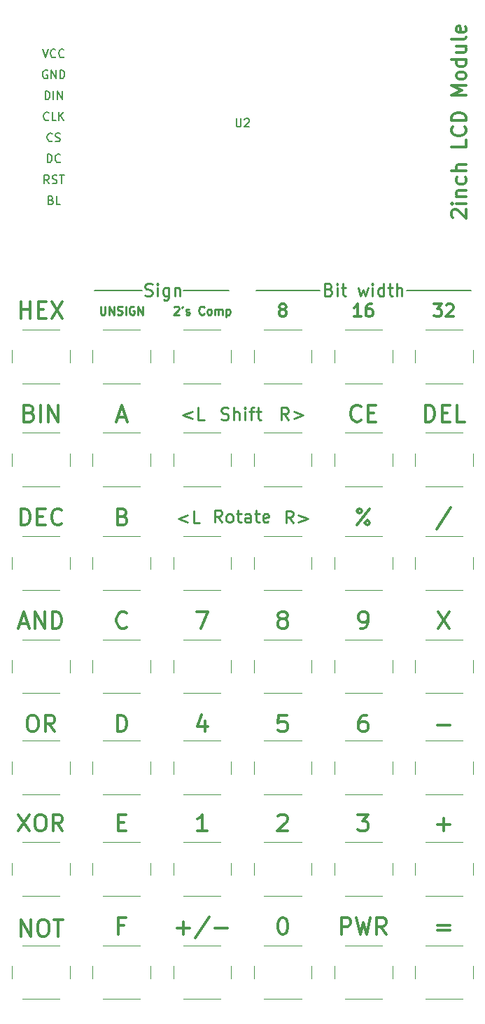
<source format=gbr>
G04 #@! TF.GenerationSoftware,KiCad,Pcbnew,6.0.0*
G04 #@! TF.CreationDate,2022-03-22T20:09:41+01:00*
G04 #@! TF.ProjectId,calculator,63616c63-756c-4617-946f-722e6b696361,rev?*
G04 #@! TF.SameCoordinates,Original*
G04 #@! TF.FileFunction,Legend,Top*
G04 #@! TF.FilePolarity,Positive*
%FSLAX46Y46*%
G04 Gerber Fmt 4.6, Leading zero omitted, Abs format (unit mm)*
G04 Created by KiCad (PCBNEW 6.0.0) date 2022-03-22 20:09:41*
%MOMM*%
%LPD*%
G01*
G04 APERTURE LIST*
%ADD10C,0.250000*%
%ADD11C,0.150000*%
%ADD12C,0.300000*%
%ADD13C,0.120000*%
%ADD14C,2.000000*%
%ADD15C,3.000000*%
%ADD16O,2.500000X1.500000*%
%ADD17O,1.200000X2.400000*%
%ADD18R,1.700000X1.700000*%
%ADD19O,1.700000X1.700000*%
G04 APERTURE END LIST*
D10*
X132107142Y-107078571D02*
X131607142Y-106364285D01*
X131250000Y-107078571D02*
X131250000Y-105578571D01*
X131821428Y-105578571D01*
X131964285Y-105650000D01*
X132035714Y-105721428D01*
X132107142Y-105864285D01*
X132107142Y-106078571D01*
X132035714Y-106221428D01*
X131964285Y-106292857D01*
X131821428Y-106364285D01*
X131250000Y-106364285D01*
X132964285Y-107078571D02*
X132821428Y-107007142D01*
X132750000Y-106935714D01*
X132678571Y-106792857D01*
X132678571Y-106364285D01*
X132750000Y-106221428D01*
X132821428Y-106150000D01*
X132964285Y-106078571D01*
X133178571Y-106078571D01*
X133321428Y-106150000D01*
X133392857Y-106221428D01*
X133464285Y-106364285D01*
X133464285Y-106792857D01*
X133392857Y-106935714D01*
X133321428Y-107007142D01*
X133178571Y-107078571D01*
X132964285Y-107078571D01*
X133892857Y-106078571D02*
X134464285Y-106078571D01*
X134107142Y-105578571D02*
X134107142Y-106864285D01*
X134178571Y-107007142D01*
X134321428Y-107078571D01*
X134464285Y-107078571D01*
X135607142Y-107078571D02*
X135607142Y-106292857D01*
X135535714Y-106150000D01*
X135392857Y-106078571D01*
X135107142Y-106078571D01*
X134964285Y-106150000D01*
X135607142Y-107007142D02*
X135464285Y-107078571D01*
X135107142Y-107078571D01*
X134964285Y-107007142D01*
X134892857Y-106864285D01*
X134892857Y-106721428D01*
X134964285Y-106578571D01*
X135107142Y-106507142D01*
X135464285Y-106507142D01*
X135607142Y-106435714D01*
X136107142Y-106078571D02*
X136678571Y-106078571D01*
X136321428Y-105578571D02*
X136321428Y-106864285D01*
X136392857Y-107007142D01*
X136535714Y-107078571D01*
X136678571Y-107078571D01*
X137750000Y-107007142D02*
X137607142Y-107078571D01*
X137321428Y-107078571D01*
X137178571Y-107007142D01*
X137107142Y-106864285D01*
X137107142Y-106292857D01*
X137178571Y-106150000D01*
X137321428Y-106078571D01*
X137607142Y-106078571D01*
X137750000Y-106150000D01*
X137821428Y-106292857D01*
X137821428Y-106435714D01*
X137107142Y-106578571D01*
X132078571Y-94607142D02*
X132292857Y-94678571D01*
X132650000Y-94678571D01*
X132792857Y-94607142D01*
X132864285Y-94535714D01*
X132935714Y-94392857D01*
X132935714Y-94250000D01*
X132864285Y-94107142D01*
X132792857Y-94035714D01*
X132650000Y-93964285D01*
X132364285Y-93892857D01*
X132221428Y-93821428D01*
X132150000Y-93750000D01*
X132078571Y-93607142D01*
X132078571Y-93464285D01*
X132150000Y-93321428D01*
X132221428Y-93250000D01*
X132364285Y-93178571D01*
X132721428Y-93178571D01*
X132935714Y-93250000D01*
X133578571Y-94678571D02*
X133578571Y-93178571D01*
X134221428Y-94678571D02*
X134221428Y-93892857D01*
X134150000Y-93750000D01*
X134007142Y-93678571D01*
X133792857Y-93678571D01*
X133650000Y-93750000D01*
X133578571Y-93821428D01*
X134935714Y-94678571D02*
X134935714Y-93678571D01*
X134935714Y-93178571D02*
X134864285Y-93250000D01*
X134935714Y-93321428D01*
X135007142Y-93250000D01*
X134935714Y-93178571D01*
X134935714Y-93321428D01*
X135435714Y-93678571D02*
X136007142Y-93678571D01*
X135650000Y-94678571D02*
X135650000Y-93392857D01*
X135721428Y-93250000D01*
X135864285Y-93178571D01*
X136007142Y-93178571D01*
X136292857Y-93678571D02*
X136864285Y-93678571D01*
X136507142Y-93178571D02*
X136507142Y-94464285D01*
X136578571Y-94607142D01*
X136721428Y-94678571D01*
X136864285Y-94678571D01*
D11*
X122500000Y-79000000D02*
X116750000Y-79000000D01*
X133000000Y-79000000D02*
X127500000Y-79000000D01*
D10*
X122857142Y-79607142D02*
X123071428Y-79678571D01*
X123428571Y-79678571D01*
X123571428Y-79607142D01*
X123642857Y-79535714D01*
X123714285Y-79392857D01*
X123714285Y-79250000D01*
X123642857Y-79107142D01*
X123571428Y-79035714D01*
X123428571Y-78964285D01*
X123142857Y-78892857D01*
X123000000Y-78821428D01*
X122928571Y-78750000D01*
X122857142Y-78607142D01*
X122857142Y-78464285D01*
X122928571Y-78321428D01*
X123000000Y-78250000D01*
X123142857Y-78178571D01*
X123500000Y-78178571D01*
X123714285Y-78250000D01*
X124357142Y-79678571D02*
X124357142Y-78678571D01*
X124357142Y-78178571D02*
X124285714Y-78250000D01*
X124357142Y-78321428D01*
X124428571Y-78250000D01*
X124357142Y-78178571D01*
X124357142Y-78321428D01*
X125714285Y-78678571D02*
X125714285Y-79892857D01*
X125642857Y-80035714D01*
X125571428Y-80107142D01*
X125428571Y-80178571D01*
X125214285Y-80178571D01*
X125071428Y-80107142D01*
X125714285Y-79607142D02*
X125571428Y-79678571D01*
X125285714Y-79678571D01*
X125142857Y-79607142D01*
X125071428Y-79535714D01*
X125000000Y-79392857D01*
X125000000Y-78964285D01*
X125071428Y-78821428D01*
X125142857Y-78750000D01*
X125285714Y-78678571D01*
X125571428Y-78678571D01*
X125714285Y-78750000D01*
X126428571Y-78678571D02*
X126428571Y-79678571D01*
X126428571Y-78821428D02*
X126500000Y-78750000D01*
X126642857Y-78678571D01*
X126857142Y-78678571D01*
X127000000Y-78750000D01*
X127071428Y-78892857D01*
X127071428Y-79678571D01*
D11*
X154500000Y-79000000D02*
X162250000Y-79000000D01*
X144000000Y-79000000D02*
X136250000Y-79000000D01*
D10*
X145071428Y-78892857D02*
X145285714Y-78964285D01*
X145357142Y-79035714D01*
X145428571Y-79178571D01*
X145428571Y-79392857D01*
X145357142Y-79535714D01*
X145285714Y-79607142D01*
X145142857Y-79678571D01*
X144571428Y-79678571D01*
X144571428Y-78178571D01*
X145071428Y-78178571D01*
X145214285Y-78250000D01*
X145285714Y-78321428D01*
X145357142Y-78464285D01*
X145357142Y-78607142D01*
X145285714Y-78750000D01*
X145214285Y-78821428D01*
X145071428Y-78892857D01*
X144571428Y-78892857D01*
X146071428Y-79678571D02*
X146071428Y-78678571D01*
X146071428Y-78178571D02*
X146000000Y-78250000D01*
X146071428Y-78321428D01*
X146142857Y-78250000D01*
X146071428Y-78178571D01*
X146071428Y-78321428D01*
X146571428Y-78678571D02*
X147142857Y-78678571D01*
X146785714Y-78178571D02*
X146785714Y-79464285D01*
X146857142Y-79607142D01*
X147000000Y-79678571D01*
X147142857Y-79678571D01*
X148642857Y-78678571D02*
X148928571Y-79678571D01*
X149214285Y-78964285D01*
X149500000Y-79678571D01*
X149785714Y-78678571D01*
X150357142Y-79678571D02*
X150357142Y-78678571D01*
X150357142Y-78178571D02*
X150285714Y-78250000D01*
X150357142Y-78321428D01*
X150428571Y-78250000D01*
X150357142Y-78178571D01*
X150357142Y-78321428D01*
X151714285Y-79678571D02*
X151714285Y-78178571D01*
X151714285Y-79607142D02*
X151571428Y-79678571D01*
X151285714Y-79678571D01*
X151142857Y-79607142D01*
X151071428Y-79535714D01*
X151000000Y-79392857D01*
X151000000Y-78964285D01*
X151071428Y-78821428D01*
X151142857Y-78750000D01*
X151285714Y-78678571D01*
X151571428Y-78678571D01*
X151714285Y-78750000D01*
X152214285Y-78678571D02*
X152785714Y-78678571D01*
X152428571Y-78178571D02*
X152428571Y-79464285D01*
X152500000Y-79607142D01*
X152642857Y-79678571D01*
X152785714Y-79678571D01*
X153285714Y-79678571D02*
X153285714Y-78178571D01*
X153928571Y-79678571D02*
X153928571Y-78892857D01*
X153857142Y-78750000D01*
X153714285Y-78678571D01*
X153500000Y-78678571D01*
X153357142Y-78750000D01*
X153285714Y-78821428D01*
X140750000Y-107178571D02*
X140250000Y-106464285D01*
X139892857Y-107178571D02*
X139892857Y-105678571D01*
X140464285Y-105678571D01*
X140607142Y-105750000D01*
X140678571Y-105821428D01*
X140750000Y-105964285D01*
X140750000Y-106178571D01*
X140678571Y-106321428D01*
X140607142Y-106392857D01*
X140464285Y-106464285D01*
X139892857Y-106464285D01*
X141392857Y-106178571D02*
X142535714Y-106607142D01*
X141392857Y-107035714D01*
D12*
X130130952Y-131071428D02*
X130130952Y-132404761D01*
X129654761Y-130309523D02*
X129178571Y-131738095D01*
X130416666Y-131738095D01*
X119523809Y-94333333D02*
X120476190Y-94333333D01*
X119333333Y-94904761D02*
X120000000Y-92904761D01*
X120666666Y-94904761D01*
X159857142Y-105309523D02*
X158142857Y-107880952D01*
X129083333Y-117904761D02*
X130416666Y-117904761D01*
X129559523Y-119904761D01*
X108869047Y-93857142D02*
X109154761Y-93952380D01*
X109250000Y-94047619D01*
X109345238Y-94238095D01*
X109345238Y-94523809D01*
X109250000Y-94714285D01*
X109154761Y-94809523D01*
X108964285Y-94904761D01*
X108202380Y-94904761D01*
X108202380Y-92904761D01*
X108869047Y-92904761D01*
X109059523Y-93000000D01*
X109154761Y-93095238D01*
X109250000Y-93285714D01*
X109250000Y-93476190D01*
X109154761Y-93666666D01*
X109059523Y-93761904D01*
X108869047Y-93857142D01*
X108202380Y-93857142D01*
X110202380Y-94904761D02*
X110202380Y-92904761D01*
X111154761Y-94904761D02*
X111154761Y-92904761D01*
X112297619Y-94904761D01*
X112297619Y-92904761D01*
D10*
X128571428Y-93678571D02*
X127428571Y-94107142D01*
X128571428Y-94535714D01*
X130000000Y-94678571D02*
X129285714Y-94678571D01*
X129285714Y-93178571D01*
X117452380Y-80952380D02*
X117452380Y-81761904D01*
X117500000Y-81857142D01*
X117547619Y-81904761D01*
X117642857Y-81952380D01*
X117833333Y-81952380D01*
X117928571Y-81904761D01*
X117976190Y-81857142D01*
X118023809Y-81761904D01*
X118023809Y-80952380D01*
X118500000Y-81952380D02*
X118500000Y-80952380D01*
X119071428Y-81952380D01*
X119071428Y-80952380D01*
X119500000Y-81904761D02*
X119642857Y-81952380D01*
X119880952Y-81952380D01*
X119976190Y-81904761D01*
X120023809Y-81857142D01*
X120071428Y-81761904D01*
X120071428Y-81666666D01*
X120023809Y-81571428D01*
X119976190Y-81523809D01*
X119880952Y-81476190D01*
X119690476Y-81428571D01*
X119595238Y-81380952D01*
X119547619Y-81333333D01*
X119500000Y-81238095D01*
X119500000Y-81142857D01*
X119547619Y-81047619D01*
X119595238Y-81000000D01*
X119690476Y-80952380D01*
X119928571Y-80952380D01*
X120071428Y-81000000D01*
X120500000Y-81952380D02*
X120500000Y-80952380D01*
X121500000Y-81000000D02*
X121404761Y-80952380D01*
X121261904Y-80952380D01*
X121119047Y-81000000D01*
X121023809Y-81095238D01*
X120976190Y-81190476D01*
X120928571Y-81380952D01*
X120928571Y-81523809D01*
X120976190Y-81714285D01*
X121023809Y-81809523D01*
X121119047Y-81904761D01*
X121261904Y-81952380D01*
X121357142Y-81952380D01*
X121500000Y-81904761D01*
X121547619Y-81857142D01*
X121547619Y-81523809D01*
X121357142Y-81523809D01*
X121976190Y-81952380D02*
X121976190Y-80952380D01*
X122547619Y-81952380D01*
X122547619Y-80952380D01*
D12*
X138928571Y-142595238D02*
X139023809Y-142500000D01*
X139214285Y-142404761D01*
X139690476Y-142404761D01*
X139880952Y-142500000D01*
X139976190Y-142595238D01*
X140071428Y-142785714D01*
X140071428Y-142976190D01*
X139976190Y-143261904D01*
X138833333Y-144404761D01*
X140071428Y-144404761D01*
X158238095Y-131642857D02*
X159761904Y-131642857D01*
X107869047Y-157154761D02*
X107869047Y-155154761D01*
X109011904Y-157154761D01*
X109011904Y-155154761D01*
X110345238Y-155154761D02*
X110726190Y-155154761D01*
X110916666Y-155250000D01*
X111107142Y-155440476D01*
X111202380Y-155821428D01*
X111202380Y-156488095D01*
X111107142Y-156869047D01*
X110916666Y-157059523D01*
X110726190Y-157154761D01*
X110345238Y-157154761D01*
X110154761Y-157059523D01*
X109964285Y-156869047D01*
X109869047Y-156488095D01*
X109869047Y-155821428D01*
X109964285Y-155440476D01*
X110154761Y-155250000D01*
X110345238Y-155154761D01*
X111773809Y-155154761D02*
X112916666Y-155154761D01*
X112345238Y-157154761D02*
X112345238Y-155154761D01*
X119476190Y-132404761D02*
X119476190Y-130404761D01*
X119952380Y-130404761D01*
X120238095Y-130500000D01*
X120428571Y-130690476D01*
X120523809Y-130880952D01*
X120619047Y-131261904D01*
X120619047Y-131547619D01*
X120523809Y-131928571D01*
X120428571Y-132119047D01*
X120238095Y-132309523D01*
X119952380Y-132404761D01*
X119476190Y-132404761D01*
X148488095Y-107404761D02*
X150011904Y-105404761D01*
X148773809Y-105404761D02*
X148964285Y-105500000D01*
X149059523Y-105690476D01*
X148964285Y-105880952D01*
X148773809Y-105976190D01*
X148583333Y-105880952D01*
X148488095Y-105690476D01*
X148583333Y-105500000D01*
X148773809Y-105404761D01*
X149916666Y-107309523D02*
X150011904Y-107119047D01*
X149916666Y-106928571D01*
X149726190Y-106833333D01*
X149535714Y-106928571D01*
X149440476Y-107119047D01*
X149535714Y-107309523D01*
X149726190Y-107404761D01*
X149916666Y-107309523D01*
X107726190Y-119333333D02*
X108678571Y-119333333D01*
X107535714Y-119904761D02*
X108202380Y-117904761D01*
X108869047Y-119904761D01*
X109535714Y-119904761D02*
X109535714Y-117904761D01*
X110678571Y-119904761D01*
X110678571Y-117904761D01*
X111630952Y-119904761D02*
X111630952Y-117904761D01*
X112107142Y-117904761D01*
X112392857Y-118000000D01*
X112583333Y-118190476D01*
X112678571Y-118380952D01*
X112773809Y-118761904D01*
X112773809Y-119047619D01*
X112678571Y-119428571D01*
X112583333Y-119619047D01*
X112392857Y-119809523D01*
X112107142Y-119904761D01*
X111630952Y-119904761D01*
X126702380Y-156142857D02*
X128226190Y-156142857D01*
X127464285Y-156904761D02*
X127464285Y-155380952D01*
X130607142Y-154809523D02*
X128892857Y-157380952D01*
X131273809Y-156142857D02*
X132797619Y-156142857D01*
X109059523Y-130404761D02*
X109440476Y-130404761D01*
X109630952Y-130500000D01*
X109821428Y-130690476D01*
X109916666Y-131071428D01*
X109916666Y-131738095D01*
X109821428Y-132119047D01*
X109630952Y-132309523D01*
X109440476Y-132404761D01*
X109059523Y-132404761D01*
X108869047Y-132309523D01*
X108678571Y-132119047D01*
X108583333Y-131738095D01*
X108583333Y-131071428D01*
X108678571Y-130690476D01*
X108869047Y-130500000D01*
X109059523Y-130404761D01*
X111916666Y-132404761D02*
X111250000Y-131452380D01*
X110773809Y-132404761D02*
X110773809Y-130404761D01*
X111535714Y-130404761D01*
X111726190Y-130500000D01*
X111821428Y-130595238D01*
X111916666Y-130785714D01*
X111916666Y-131071428D01*
X111821428Y-131261904D01*
X111726190Y-131357142D01*
X111535714Y-131452380D01*
X110773809Y-131452380D01*
X107821428Y-82404761D02*
X107821428Y-80404761D01*
X107821428Y-81357142D02*
X108964285Y-81357142D01*
X108964285Y-82404761D02*
X108964285Y-80404761D01*
X109916666Y-81357142D02*
X110583333Y-81357142D01*
X110869047Y-82404761D02*
X109916666Y-82404761D01*
X109916666Y-80404761D01*
X110869047Y-80404761D01*
X111535714Y-80404761D02*
X112869047Y-82404761D01*
X112869047Y-80404761D02*
X111535714Y-82404761D01*
X158333333Y-117904761D02*
X159666666Y-119904761D01*
X159666666Y-117904761D02*
X158333333Y-119904761D01*
X158238095Y-155857142D02*
X159761904Y-155857142D01*
X159761904Y-156428571D02*
X158238095Y-156428571D01*
X158238095Y-143642857D02*
X159761904Y-143642857D01*
X159000000Y-144404761D02*
X159000000Y-142880952D01*
X156761904Y-94904761D02*
X156761904Y-92904761D01*
X157238095Y-92904761D01*
X157523809Y-93000000D01*
X157714285Y-93190476D01*
X157809523Y-93380952D01*
X157904761Y-93761904D01*
X157904761Y-94047619D01*
X157809523Y-94428571D01*
X157714285Y-94619047D01*
X157523809Y-94809523D01*
X157238095Y-94904761D01*
X156761904Y-94904761D01*
X158761904Y-93857142D02*
X159428571Y-93857142D01*
X159714285Y-94904761D02*
X158761904Y-94904761D01*
X158761904Y-92904761D01*
X159714285Y-92904761D01*
X161523809Y-94904761D02*
X160571428Y-94904761D01*
X160571428Y-92904761D01*
X148964285Y-82178571D02*
X148107142Y-82178571D01*
X148535714Y-82178571D02*
X148535714Y-80678571D01*
X148392857Y-80892857D01*
X148250000Y-81035714D01*
X148107142Y-81107142D01*
X150250000Y-80678571D02*
X149964285Y-80678571D01*
X149821428Y-80750000D01*
X149750000Y-80821428D01*
X149607142Y-81035714D01*
X149535714Y-81321428D01*
X149535714Y-81892857D01*
X149607142Y-82035714D01*
X149678571Y-82107142D01*
X149821428Y-82178571D01*
X150107142Y-82178571D01*
X150250000Y-82107142D01*
X150321428Y-82035714D01*
X150392857Y-81892857D01*
X150392857Y-81535714D01*
X150321428Y-81392857D01*
X150250000Y-81321428D01*
X150107142Y-81250000D01*
X149821428Y-81250000D01*
X149678571Y-81321428D01*
X149607142Y-81392857D01*
X149535714Y-81535714D01*
X148869047Y-119904761D02*
X149250000Y-119904761D01*
X149440476Y-119809523D01*
X149535714Y-119714285D01*
X149726190Y-119428571D01*
X149821428Y-119047619D01*
X149821428Y-118285714D01*
X149726190Y-118095238D01*
X149630952Y-118000000D01*
X149440476Y-117904761D01*
X149059523Y-117904761D01*
X148869047Y-118000000D01*
X148773809Y-118095238D01*
X148678571Y-118285714D01*
X148678571Y-118761904D01*
X148773809Y-118952380D01*
X148869047Y-119047619D01*
X149059523Y-119142857D01*
X149440476Y-119142857D01*
X149630952Y-119047619D01*
X149726190Y-118952380D01*
X149821428Y-118761904D01*
X107821428Y-107404761D02*
X107821428Y-105404761D01*
X108297619Y-105404761D01*
X108583333Y-105500000D01*
X108773809Y-105690476D01*
X108869047Y-105880952D01*
X108964285Y-106261904D01*
X108964285Y-106547619D01*
X108869047Y-106928571D01*
X108773809Y-107119047D01*
X108583333Y-107309523D01*
X108297619Y-107404761D01*
X107821428Y-107404761D01*
X109821428Y-106357142D02*
X110488095Y-106357142D01*
X110773809Y-107404761D02*
X109821428Y-107404761D01*
X109821428Y-105404761D01*
X110773809Y-105404761D01*
X112773809Y-107214285D02*
X112678571Y-107309523D01*
X112392857Y-107404761D01*
X112202380Y-107404761D01*
X111916666Y-107309523D01*
X111726190Y-107119047D01*
X111630952Y-106928571D01*
X111535714Y-106547619D01*
X111535714Y-106261904D01*
X111630952Y-105880952D01*
X111726190Y-105690476D01*
X111916666Y-105500000D01*
X112202380Y-105404761D01*
X112392857Y-105404761D01*
X112678571Y-105500000D01*
X112773809Y-105595238D01*
X130321428Y-144404761D02*
X129178571Y-144404761D01*
X129750000Y-144404761D02*
X129750000Y-142404761D01*
X129559523Y-142690476D01*
X129369047Y-142880952D01*
X129178571Y-142976190D01*
X120285714Y-155857142D02*
X119619047Y-155857142D01*
X119619047Y-156904761D02*
X119619047Y-154904761D01*
X120571428Y-154904761D01*
X157785714Y-80678571D02*
X158714285Y-80678571D01*
X158214285Y-81250000D01*
X158428571Y-81250000D01*
X158571428Y-81321428D01*
X158642857Y-81392857D01*
X158714285Y-81535714D01*
X158714285Y-81892857D01*
X158642857Y-82035714D01*
X158571428Y-82107142D01*
X158428571Y-82178571D01*
X158000000Y-82178571D01*
X157857142Y-82107142D01*
X157785714Y-82035714D01*
X159285714Y-80821428D02*
X159357142Y-80750000D01*
X159500000Y-80678571D01*
X159857142Y-80678571D01*
X160000000Y-80750000D01*
X160071428Y-80821428D01*
X160142857Y-80964285D01*
X160142857Y-81107142D01*
X160071428Y-81321428D01*
X159214285Y-82178571D01*
X160142857Y-82178571D01*
X149630952Y-130404761D02*
X149250000Y-130404761D01*
X149059523Y-130500000D01*
X148964285Y-130595238D01*
X148773809Y-130880952D01*
X148678571Y-131261904D01*
X148678571Y-132023809D01*
X148773809Y-132214285D01*
X148869047Y-132309523D01*
X149059523Y-132404761D01*
X149440476Y-132404761D01*
X149630952Y-132309523D01*
X149726190Y-132214285D01*
X149821428Y-132023809D01*
X149821428Y-131547619D01*
X149726190Y-131357142D01*
X149630952Y-131261904D01*
X149440476Y-131166666D01*
X149059523Y-131166666D01*
X148869047Y-131261904D01*
X148773809Y-131357142D01*
X148678571Y-131547619D01*
X139357142Y-81321428D02*
X139214285Y-81250000D01*
X139142857Y-81178571D01*
X139071428Y-81035714D01*
X139071428Y-80964285D01*
X139142857Y-80821428D01*
X139214285Y-80750000D01*
X139357142Y-80678571D01*
X139642857Y-80678571D01*
X139785714Y-80750000D01*
X139857142Y-80821428D01*
X139928571Y-80964285D01*
X139928571Y-81035714D01*
X139857142Y-81178571D01*
X139785714Y-81250000D01*
X139642857Y-81321428D01*
X139357142Y-81321428D01*
X139214285Y-81392857D01*
X139142857Y-81464285D01*
X139071428Y-81607142D01*
X139071428Y-81892857D01*
X139142857Y-82035714D01*
X139214285Y-82107142D01*
X139357142Y-82178571D01*
X139642857Y-82178571D01*
X139785714Y-82107142D01*
X139857142Y-82035714D01*
X139928571Y-81892857D01*
X139928571Y-81607142D01*
X139857142Y-81464285D01*
X139785714Y-81392857D01*
X139642857Y-81321428D01*
X120619047Y-119714285D02*
X120523809Y-119809523D01*
X120238095Y-119904761D01*
X120047619Y-119904761D01*
X119761904Y-119809523D01*
X119571428Y-119619047D01*
X119476190Y-119428571D01*
X119380952Y-119047619D01*
X119380952Y-118761904D01*
X119476190Y-118380952D01*
X119571428Y-118190476D01*
X119761904Y-118000000D01*
X120047619Y-117904761D01*
X120238095Y-117904761D01*
X120523809Y-118000000D01*
X120619047Y-118095238D01*
X139404761Y-154904761D02*
X139595238Y-154904761D01*
X139785714Y-155000000D01*
X139880952Y-155095238D01*
X139976190Y-155285714D01*
X140071428Y-155666666D01*
X140071428Y-156142857D01*
X139976190Y-156523809D01*
X139880952Y-156714285D01*
X139785714Y-156809523D01*
X139595238Y-156904761D01*
X139404761Y-156904761D01*
X139214285Y-156809523D01*
X139119047Y-156714285D01*
X139023809Y-156523809D01*
X138928571Y-156142857D01*
X138928571Y-155666666D01*
X139023809Y-155285714D01*
X139119047Y-155095238D01*
X139214285Y-155000000D01*
X139404761Y-154904761D01*
X148964285Y-94714285D02*
X148869047Y-94809523D01*
X148583333Y-94904761D01*
X148392857Y-94904761D01*
X148107142Y-94809523D01*
X147916666Y-94619047D01*
X147821428Y-94428571D01*
X147726190Y-94047619D01*
X147726190Y-93761904D01*
X147821428Y-93380952D01*
X147916666Y-93190476D01*
X148107142Y-93000000D01*
X148392857Y-92904761D01*
X148583333Y-92904761D01*
X148869047Y-93000000D01*
X148964285Y-93095238D01*
X149821428Y-93857142D02*
X150488095Y-93857142D01*
X150773809Y-94904761D02*
X149821428Y-94904761D01*
X149821428Y-92904761D01*
X150773809Y-92904761D01*
X120142857Y-106357142D02*
X120428571Y-106452380D01*
X120523809Y-106547619D01*
X120619047Y-106738095D01*
X120619047Y-107023809D01*
X120523809Y-107214285D01*
X120428571Y-107309523D01*
X120238095Y-107404761D01*
X119476190Y-107404761D01*
X119476190Y-105404761D01*
X120142857Y-105404761D01*
X120333333Y-105500000D01*
X120428571Y-105595238D01*
X120523809Y-105785714D01*
X120523809Y-105976190D01*
X120428571Y-106166666D01*
X120333333Y-106261904D01*
X120142857Y-106357142D01*
X119476190Y-106357142D01*
D10*
X128000000Y-106178571D02*
X126857142Y-106607142D01*
X128000000Y-107035714D01*
X129428571Y-107178571D02*
X128714285Y-107178571D01*
X128714285Y-105678571D01*
D12*
X146583333Y-156904761D02*
X146583333Y-154904761D01*
X147345238Y-154904761D01*
X147535714Y-155000000D01*
X147630952Y-155095238D01*
X147726190Y-155285714D01*
X147726190Y-155571428D01*
X147630952Y-155761904D01*
X147535714Y-155857142D01*
X147345238Y-155952380D01*
X146583333Y-155952380D01*
X148392857Y-154904761D02*
X148869047Y-156904761D01*
X149250000Y-155476190D01*
X149630952Y-156904761D01*
X150107142Y-154904761D01*
X152011904Y-156904761D02*
X151345238Y-155952380D01*
X150869047Y-156904761D02*
X150869047Y-154904761D01*
X151630952Y-154904761D01*
X151821428Y-155000000D01*
X151916666Y-155095238D01*
X152011904Y-155285714D01*
X152011904Y-155571428D01*
X151916666Y-155761904D01*
X151821428Y-155857142D01*
X151630952Y-155952380D01*
X150869047Y-155952380D01*
D10*
X140178571Y-94678571D02*
X139678571Y-93964285D01*
X139321428Y-94678571D02*
X139321428Y-93178571D01*
X139892857Y-93178571D01*
X140035714Y-93250000D01*
X140107142Y-93321428D01*
X140178571Y-93464285D01*
X140178571Y-93678571D01*
X140107142Y-93821428D01*
X140035714Y-93892857D01*
X139892857Y-93964285D01*
X139321428Y-93964285D01*
X140821428Y-93678571D02*
X141964285Y-94107142D01*
X140821428Y-94535714D01*
X126369047Y-81047619D02*
X126416666Y-81000000D01*
X126511904Y-80952380D01*
X126750000Y-80952380D01*
X126845238Y-81000000D01*
X126892857Y-81047619D01*
X126940476Y-81142857D01*
X126940476Y-81238095D01*
X126892857Y-81380952D01*
X126321428Y-81952380D01*
X126940476Y-81952380D01*
X127416666Y-80952380D02*
X127321428Y-81142857D01*
X127797619Y-81904761D02*
X127892857Y-81952380D01*
X128083333Y-81952380D01*
X128178571Y-81904761D01*
X128226190Y-81809523D01*
X128226190Y-81761904D01*
X128178571Y-81666666D01*
X128083333Y-81619047D01*
X127940476Y-81619047D01*
X127845238Y-81571428D01*
X127797619Y-81476190D01*
X127797619Y-81428571D01*
X127845238Y-81333333D01*
X127940476Y-81285714D01*
X128083333Y-81285714D01*
X128178571Y-81333333D01*
X129988095Y-81857142D02*
X129940476Y-81904761D01*
X129797619Y-81952380D01*
X129702380Y-81952380D01*
X129559523Y-81904761D01*
X129464285Y-81809523D01*
X129416666Y-81714285D01*
X129369047Y-81523809D01*
X129369047Y-81380952D01*
X129416666Y-81190476D01*
X129464285Y-81095238D01*
X129559523Y-81000000D01*
X129702380Y-80952380D01*
X129797619Y-80952380D01*
X129940476Y-81000000D01*
X129988095Y-81047619D01*
X130559523Y-81952380D02*
X130464285Y-81904761D01*
X130416666Y-81857142D01*
X130369047Y-81761904D01*
X130369047Y-81476190D01*
X130416666Y-81380952D01*
X130464285Y-81333333D01*
X130559523Y-81285714D01*
X130702380Y-81285714D01*
X130797619Y-81333333D01*
X130845238Y-81380952D01*
X130892857Y-81476190D01*
X130892857Y-81761904D01*
X130845238Y-81857142D01*
X130797619Y-81904761D01*
X130702380Y-81952380D01*
X130559523Y-81952380D01*
X131321428Y-81952380D02*
X131321428Y-81285714D01*
X131321428Y-81380952D02*
X131369047Y-81333333D01*
X131464285Y-81285714D01*
X131607142Y-81285714D01*
X131702380Y-81333333D01*
X131750000Y-81428571D01*
X131750000Y-81952380D01*
X131750000Y-81428571D02*
X131797619Y-81333333D01*
X131892857Y-81285714D01*
X132035714Y-81285714D01*
X132130952Y-81333333D01*
X132178571Y-81428571D01*
X132178571Y-81952380D01*
X132654761Y-81285714D02*
X132654761Y-82285714D01*
X132654761Y-81333333D02*
X132750000Y-81285714D01*
X132940476Y-81285714D01*
X133035714Y-81333333D01*
X133083333Y-81380952D01*
X133130952Y-81476190D01*
X133130952Y-81761904D01*
X133083333Y-81857142D01*
X133035714Y-81904761D01*
X132940476Y-81952380D01*
X132750000Y-81952380D01*
X132654761Y-81904761D01*
D12*
X119571428Y-143357142D02*
X120238095Y-143357142D01*
X120523809Y-144404761D02*
X119571428Y-144404761D01*
X119571428Y-142404761D01*
X120523809Y-142404761D01*
X139976190Y-130404761D02*
X139023809Y-130404761D01*
X138928571Y-131357142D01*
X139023809Y-131261904D01*
X139214285Y-131166666D01*
X139690476Y-131166666D01*
X139880952Y-131261904D01*
X139976190Y-131357142D01*
X140071428Y-131547619D01*
X140071428Y-132023809D01*
X139976190Y-132214285D01*
X139880952Y-132309523D01*
X139690476Y-132404761D01*
X139214285Y-132404761D01*
X139023809Y-132309523D01*
X138928571Y-132214285D01*
X139309523Y-118761904D02*
X139119047Y-118666666D01*
X139023809Y-118571428D01*
X138928571Y-118380952D01*
X138928571Y-118285714D01*
X139023809Y-118095238D01*
X139119047Y-118000000D01*
X139309523Y-117904761D01*
X139690476Y-117904761D01*
X139880952Y-118000000D01*
X139976190Y-118095238D01*
X140071428Y-118285714D01*
X140071428Y-118380952D01*
X139976190Y-118571428D01*
X139880952Y-118666666D01*
X139690476Y-118761904D01*
X139309523Y-118761904D01*
X139119047Y-118857142D01*
X139023809Y-118952380D01*
X138928571Y-119142857D01*
X138928571Y-119523809D01*
X139023809Y-119714285D01*
X139119047Y-119809523D01*
X139309523Y-119904761D01*
X139690476Y-119904761D01*
X139880952Y-119809523D01*
X139976190Y-119714285D01*
X140071428Y-119523809D01*
X140071428Y-119142857D01*
X139976190Y-118952380D01*
X139880952Y-118857142D01*
X139690476Y-118761904D01*
X148583333Y-142404761D02*
X149821428Y-142404761D01*
X149154761Y-143166666D01*
X149440476Y-143166666D01*
X149630952Y-143261904D01*
X149726190Y-143357142D01*
X149821428Y-143547619D01*
X149821428Y-144023809D01*
X149726190Y-144214285D01*
X149630952Y-144309523D01*
X149440476Y-144404761D01*
X148869047Y-144404761D01*
X148678571Y-144309523D01*
X148583333Y-144214285D01*
X107535714Y-142404761D02*
X108869047Y-144404761D01*
X108869047Y-142404761D02*
X107535714Y-144404761D01*
X110011904Y-142404761D02*
X110392857Y-142404761D01*
X110583333Y-142500000D01*
X110773809Y-142690476D01*
X110869047Y-143071428D01*
X110869047Y-143738095D01*
X110773809Y-144119047D01*
X110583333Y-144309523D01*
X110392857Y-144404761D01*
X110011904Y-144404761D01*
X109821428Y-144309523D01*
X109630952Y-144119047D01*
X109535714Y-143738095D01*
X109535714Y-143071428D01*
X109630952Y-142690476D01*
X109821428Y-142500000D01*
X110011904Y-142404761D01*
X112869047Y-144404761D02*
X112202380Y-143452380D01*
X111726190Y-144404761D02*
X111726190Y-142404761D01*
X112488095Y-142404761D01*
X112678571Y-142500000D01*
X112773809Y-142595238D01*
X112869047Y-142785714D01*
X112869047Y-143071428D01*
X112773809Y-143261904D01*
X112678571Y-143357142D01*
X112488095Y-143452380D01*
X111726190Y-143452380D01*
D11*
X133883095Y-58237380D02*
X133883095Y-59046904D01*
X133930714Y-59142142D01*
X133978333Y-59189761D01*
X134073571Y-59237380D01*
X134264047Y-59237380D01*
X134359285Y-59189761D01*
X134406904Y-59142142D01*
X134454523Y-59046904D01*
X134454523Y-58237380D01*
X134883095Y-58332619D02*
X134930714Y-58285000D01*
X135025952Y-58237380D01*
X135264047Y-58237380D01*
X135359285Y-58285000D01*
X135406904Y-58332619D01*
X135454523Y-58427857D01*
X135454523Y-58523095D01*
X135406904Y-58665952D01*
X134835476Y-59237380D01*
X135454523Y-59237380D01*
D12*
X160103333Y-70243333D02*
X160020000Y-70160000D01*
X159936666Y-69993333D01*
X159936666Y-69576666D01*
X160020000Y-69410000D01*
X160103333Y-69326666D01*
X160270000Y-69243333D01*
X160436666Y-69243333D01*
X160686666Y-69326666D01*
X161686666Y-70326666D01*
X161686666Y-69243333D01*
X161686666Y-68493333D02*
X160520000Y-68493333D01*
X159936666Y-68493333D02*
X160020000Y-68576666D01*
X160103333Y-68493333D01*
X160020000Y-68410000D01*
X159936666Y-68493333D01*
X160103333Y-68493333D01*
X160520000Y-67660000D02*
X161686666Y-67660000D01*
X160686666Y-67660000D02*
X160603333Y-67576666D01*
X160520000Y-67410000D01*
X160520000Y-67160000D01*
X160603333Y-66993333D01*
X160770000Y-66910000D01*
X161686666Y-66910000D01*
X161603333Y-65326666D02*
X161686666Y-65493333D01*
X161686666Y-65826666D01*
X161603333Y-65993333D01*
X161520000Y-66076666D01*
X161353333Y-66160000D01*
X160853333Y-66160000D01*
X160686666Y-66076666D01*
X160603333Y-65993333D01*
X160520000Y-65826666D01*
X160520000Y-65493333D01*
X160603333Y-65326666D01*
X161686666Y-64576666D02*
X159936666Y-64576666D01*
X161686666Y-63826666D02*
X160770000Y-63826666D01*
X160603333Y-63910000D01*
X160520000Y-64076666D01*
X160520000Y-64326666D01*
X160603333Y-64493333D01*
X160686666Y-64576666D01*
X161686666Y-60826666D02*
X161686666Y-61660000D01*
X159936666Y-61660000D01*
X161520000Y-59243333D02*
X161603333Y-59326666D01*
X161686666Y-59576666D01*
X161686666Y-59743333D01*
X161603333Y-59993333D01*
X161436666Y-60160000D01*
X161270000Y-60243333D01*
X160936666Y-60326666D01*
X160686666Y-60326666D01*
X160353333Y-60243333D01*
X160186666Y-60160000D01*
X160020000Y-59993333D01*
X159936666Y-59743333D01*
X159936666Y-59576666D01*
X160020000Y-59326666D01*
X160103333Y-59243333D01*
X161686666Y-58493333D02*
X159936666Y-58493333D01*
X159936666Y-58076666D01*
X160020000Y-57826666D01*
X160186666Y-57660000D01*
X160353333Y-57576666D01*
X160686666Y-57493333D01*
X160936666Y-57493333D01*
X161270000Y-57576666D01*
X161436666Y-57660000D01*
X161603333Y-57826666D01*
X161686666Y-58076666D01*
X161686666Y-58493333D01*
X161686666Y-55410000D02*
X159936666Y-55410000D01*
X161186666Y-54826666D01*
X159936666Y-54243333D01*
X161686666Y-54243333D01*
X161686666Y-53160000D02*
X161603333Y-53326666D01*
X161520000Y-53410000D01*
X161353333Y-53493333D01*
X160853333Y-53493333D01*
X160686666Y-53410000D01*
X160603333Y-53326666D01*
X160520000Y-53160000D01*
X160520000Y-52910000D01*
X160603333Y-52743333D01*
X160686666Y-52660000D01*
X160853333Y-52576666D01*
X161353333Y-52576666D01*
X161520000Y-52660000D01*
X161603333Y-52743333D01*
X161686666Y-52910000D01*
X161686666Y-53160000D01*
X161686666Y-51076666D02*
X159936666Y-51076666D01*
X161603333Y-51076666D02*
X161686666Y-51243333D01*
X161686666Y-51576666D01*
X161603333Y-51743333D01*
X161520000Y-51826666D01*
X161353333Y-51910000D01*
X160853333Y-51910000D01*
X160686666Y-51826666D01*
X160603333Y-51743333D01*
X160520000Y-51576666D01*
X160520000Y-51243333D01*
X160603333Y-51076666D01*
X160520000Y-49493333D02*
X161686666Y-49493333D01*
X160520000Y-50243333D02*
X161436666Y-50243333D01*
X161603333Y-50160000D01*
X161686666Y-49993333D01*
X161686666Y-49743333D01*
X161603333Y-49576666D01*
X161520000Y-49493333D01*
X161686666Y-48410000D02*
X161603333Y-48576666D01*
X161436666Y-48660000D01*
X159936666Y-48660000D01*
X161603333Y-47076666D02*
X161686666Y-47243333D01*
X161686666Y-47576666D01*
X161603333Y-47743333D01*
X161436666Y-47826666D01*
X160770000Y-47826666D01*
X160603333Y-47743333D01*
X160520000Y-47576666D01*
X160520000Y-47243333D01*
X160603333Y-47076666D01*
X160770000Y-46993333D01*
X160936666Y-46993333D01*
X161103333Y-47826666D01*
D11*
X110451666Y-49847380D02*
X110785000Y-50847380D01*
X111118333Y-49847380D01*
X112023095Y-50752142D02*
X111975476Y-50799761D01*
X111832619Y-50847380D01*
X111737380Y-50847380D01*
X111594523Y-50799761D01*
X111499285Y-50704523D01*
X111451666Y-50609285D01*
X111404047Y-50418809D01*
X111404047Y-50275952D01*
X111451666Y-50085476D01*
X111499285Y-49990238D01*
X111594523Y-49895000D01*
X111737380Y-49847380D01*
X111832619Y-49847380D01*
X111975476Y-49895000D01*
X112023095Y-49942619D01*
X113023095Y-50752142D02*
X112975476Y-50799761D01*
X112832619Y-50847380D01*
X112737380Y-50847380D01*
X112594523Y-50799761D01*
X112499285Y-50704523D01*
X112451666Y-50609285D01*
X112404047Y-50418809D01*
X112404047Y-50275952D01*
X112451666Y-50085476D01*
X112499285Y-49990238D01*
X112594523Y-49895000D01*
X112737380Y-49847380D01*
X112832619Y-49847380D01*
X112975476Y-49895000D01*
X113023095Y-49942619D01*
X111237380Y-66087380D02*
X110904047Y-65611190D01*
X110665952Y-66087380D02*
X110665952Y-65087380D01*
X111046904Y-65087380D01*
X111142142Y-65135000D01*
X111189761Y-65182619D01*
X111237380Y-65277857D01*
X111237380Y-65420714D01*
X111189761Y-65515952D01*
X111142142Y-65563571D01*
X111046904Y-65611190D01*
X110665952Y-65611190D01*
X111618333Y-66039761D02*
X111761190Y-66087380D01*
X111999285Y-66087380D01*
X112094523Y-66039761D01*
X112142142Y-65992142D01*
X112189761Y-65896904D01*
X112189761Y-65801666D01*
X112142142Y-65706428D01*
X112094523Y-65658809D01*
X111999285Y-65611190D01*
X111808809Y-65563571D01*
X111713571Y-65515952D01*
X111665952Y-65468333D01*
X111618333Y-65373095D01*
X111618333Y-65277857D01*
X111665952Y-65182619D01*
X111713571Y-65135000D01*
X111808809Y-65087380D01*
X112046904Y-65087380D01*
X112189761Y-65135000D01*
X112475476Y-65087380D02*
X113046904Y-65087380D01*
X112761190Y-66087380D02*
X112761190Y-65087380D01*
X110761190Y-55927380D02*
X110761190Y-54927380D01*
X110999285Y-54927380D01*
X111142142Y-54975000D01*
X111237380Y-55070238D01*
X111285000Y-55165476D01*
X111332619Y-55355952D01*
X111332619Y-55498809D01*
X111285000Y-55689285D01*
X111237380Y-55784523D01*
X111142142Y-55879761D01*
X110999285Y-55927380D01*
X110761190Y-55927380D01*
X111761190Y-55927380D02*
X111761190Y-54927380D01*
X112237380Y-55927380D02*
X112237380Y-54927380D01*
X112808809Y-55927380D01*
X112808809Y-54927380D01*
X111023095Y-52435000D02*
X110927857Y-52387380D01*
X110785000Y-52387380D01*
X110642142Y-52435000D01*
X110546904Y-52530238D01*
X110499285Y-52625476D01*
X110451666Y-52815952D01*
X110451666Y-52958809D01*
X110499285Y-53149285D01*
X110546904Y-53244523D01*
X110642142Y-53339761D01*
X110785000Y-53387380D01*
X110880238Y-53387380D01*
X111023095Y-53339761D01*
X111070714Y-53292142D01*
X111070714Y-52958809D01*
X110880238Y-52958809D01*
X111499285Y-53387380D02*
X111499285Y-52387380D01*
X112070714Y-53387380D01*
X112070714Y-52387380D01*
X112546904Y-53387380D02*
X112546904Y-52387380D01*
X112785000Y-52387380D01*
X112927857Y-52435000D01*
X113023095Y-52530238D01*
X113070714Y-52625476D01*
X113118333Y-52815952D01*
X113118333Y-52958809D01*
X113070714Y-53149285D01*
X113023095Y-53244523D01*
X112927857Y-53339761D01*
X112785000Y-53387380D01*
X112546904Y-53387380D01*
X111023095Y-63547380D02*
X111023095Y-62547380D01*
X111261190Y-62547380D01*
X111404047Y-62595000D01*
X111499285Y-62690238D01*
X111546904Y-62785476D01*
X111594523Y-62975952D01*
X111594523Y-63118809D01*
X111546904Y-63309285D01*
X111499285Y-63404523D01*
X111404047Y-63499761D01*
X111261190Y-63547380D01*
X111023095Y-63547380D01*
X112594523Y-63452142D02*
X112546904Y-63499761D01*
X112404047Y-63547380D01*
X112308809Y-63547380D01*
X112165952Y-63499761D01*
X112070714Y-63404523D01*
X112023095Y-63309285D01*
X111975476Y-63118809D01*
X111975476Y-62975952D01*
X112023095Y-62785476D01*
X112070714Y-62690238D01*
X112165952Y-62595000D01*
X112308809Y-62547380D01*
X112404047Y-62547380D01*
X112546904Y-62595000D01*
X112594523Y-62642619D01*
X111189761Y-58372142D02*
X111142142Y-58419761D01*
X110999285Y-58467380D01*
X110904047Y-58467380D01*
X110761190Y-58419761D01*
X110665952Y-58324523D01*
X110618333Y-58229285D01*
X110570714Y-58038809D01*
X110570714Y-57895952D01*
X110618333Y-57705476D01*
X110665952Y-57610238D01*
X110761190Y-57515000D01*
X110904047Y-57467380D01*
X110999285Y-57467380D01*
X111142142Y-57515000D01*
X111189761Y-57562619D01*
X112094523Y-58467380D02*
X111618333Y-58467380D01*
X111618333Y-57467380D01*
X112427857Y-58467380D02*
X112427857Y-57467380D01*
X112999285Y-58467380D02*
X112570714Y-57895952D01*
X112999285Y-57467380D02*
X112427857Y-58038809D01*
X111618333Y-60912142D02*
X111570714Y-60959761D01*
X111427857Y-61007380D01*
X111332619Y-61007380D01*
X111189761Y-60959761D01*
X111094523Y-60864523D01*
X111046904Y-60769285D01*
X110999285Y-60578809D01*
X110999285Y-60435952D01*
X111046904Y-60245476D01*
X111094523Y-60150238D01*
X111189761Y-60055000D01*
X111332619Y-60007380D01*
X111427857Y-60007380D01*
X111570714Y-60055000D01*
X111618333Y-60102619D01*
X111999285Y-60959761D02*
X112142142Y-61007380D01*
X112380238Y-61007380D01*
X112475476Y-60959761D01*
X112523095Y-60912142D01*
X112570714Y-60816904D01*
X112570714Y-60721666D01*
X112523095Y-60626428D01*
X112475476Y-60578809D01*
X112380238Y-60531190D01*
X112189761Y-60483571D01*
X112094523Y-60435952D01*
X112046904Y-60388333D01*
X111999285Y-60293095D01*
X111999285Y-60197857D01*
X112046904Y-60102619D01*
X112094523Y-60055000D01*
X112189761Y-60007380D01*
X112427857Y-60007380D01*
X112570714Y-60055000D01*
X111451666Y-68103571D02*
X111594523Y-68151190D01*
X111642142Y-68198809D01*
X111689761Y-68294047D01*
X111689761Y-68436904D01*
X111642142Y-68532142D01*
X111594523Y-68579761D01*
X111499285Y-68627380D01*
X111118333Y-68627380D01*
X111118333Y-67627380D01*
X111451666Y-67627380D01*
X111546904Y-67675000D01*
X111594523Y-67722619D01*
X111642142Y-67817857D01*
X111642142Y-67913095D01*
X111594523Y-68008333D01*
X111546904Y-68055952D01*
X111451666Y-68103571D01*
X111118333Y-68103571D01*
X112594523Y-68627380D02*
X112118333Y-68627380D01*
X112118333Y-67627380D01*
D13*
X145750000Y-86250000D02*
X145750000Y-87750000D01*
X151500000Y-83750000D02*
X147000000Y-83750000D01*
X147000000Y-90250000D02*
X151500000Y-90250000D01*
X152750000Y-87750000D02*
X152750000Y-86250000D01*
X117750000Y-90250000D02*
X122250000Y-90250000D01*
X122250000Y-83750000D02*
X117750000Y-83750000D01*
X116500000Y-86250000D02*
X116500000Y-87750000D01*
X123500000Y-87750000D02*
X123500000Y-86250000D01*
X156750000Y-102750000D02*
X161250000Y-102750000D01*
X162500000Y-100250000D02*
X162500000Y-98750000D01*
X155500000Y-98750000D02*
X155500000Y-100250000D01*
X161250000Y-96250000D02*
X156750000Y-96250000D01*
X108000000Y-140000000D02*
X112500000Y-140000000D01*
X113750000Y-137500000D02*
X113750000Y-136000000D01*
X112500000Y-133500000D02*
X108000000Y-133500000D01*
X106750000Y-136000000D02*
X106750000Y-137500000D01*
X137250000Y-90250000D02*
X141750000Y-90250000D01*
X141750000Y-83750000D02*
X137250000Y-83750000D01*
X143000000Y-87750000D02*
X143000000Y-86250000D01*
X136000000Y-86250000D02*
X136000000Y-87750000D01*
X133250000Y-100250000D02*
X133250000Y-98750000D01*
X126250000Y-98750000D02*
X126250000Y-100250000D01*
X132000000Y-96250000D02*
X127500000Y-96250000D01*
X127500000Y-102750000D02*
X132000000Y-102750000D01*
X141750000Y-133500000D02*
X137250000Y-133500000D01*
X137250000Y-140000000D02*
X141750000Y-140000000D01*
X143000000Y-137500000D02*
X143000000Y-136000000D01*
X136000000Y-136000000D02*
X136000000Y-137500000D01*
X122250000Y-108750000D02*
X117750000Y-108750000D01*
X116500000Y-111250000D02*
X116500000Y-112750000D01*
X117750000Y-115250000D02*
X122250000Y-115250000D01*
X123500000Y-112750000D02*
X123500000Y-111250000D01*
X112500000Y-145750000D02*
X108000000Y-145750000D01*
X106750000Y-148250000D02*
X106750000Y-149750000D01*
X113750000Y-149750000D02*
X113750000Y-148250000D01*
X108000000Y-152250000D02*
X112500000Y-152250000D01*
X137250000Y-127750000D02*
X141750000Y-127750000D01*
X141750000Y-121250000D02*
X137250000Y-121250000D01*
X143000000Y-125250000D02*
X143000000Y-123750000D01*
X136000000Y-123750000D02*
X136000000Y-125250000D01*
X155500000Y-136000000D02*
X155500000Y-137500000D01*
X156750000Y-140000000D02*
X161250000Y-140000000D01*
X162500000Y-137500000D02*
X162500000Y-136000000D01*
X161250000Y-133500000D02*
X156750000Y-133500000D01*
X161250000Y-121250000D02*
X156750000Y-121250000D01*
X162500000Y-125250000D02*
X162500000Y-123750000D01*
X156750000Y-127750000D02*
X161250000Y-127750000D01*
X155500000Y-123750000D02*
X155500000Y-125250000D01*
X127500000Y-140000000D02*
X132000000Y-140000000D01*
X126250000Y-136000000D02*
X126250000Y-137500000D01*
X133250000Y-137500000D02*
X133250000Y-136000000D01*
X132000000Y-133500000D02*
X127500000Y-133500000D01*
X126250000Y-123750000D02*
X126250000Y-125250000D01*
X133250000Y-125250000D02*
X133250000Y-123750000D01*
X132000000Y-121250000D02*
X127500000Y-121250000D01*
X127500000Y-127750000D02*
X132000000Y-127750000D01*
X106750000Y-86250000D02*
X106750000Y-87750000D01*
X108000000Y-90250000D02*
X112500000Y-90250000D01*
X113750000Y-87750000D02*
X113750000Y-86250000D01*
X112500000Y-83750000D02*
X108000000Y-83750000D01*
X106750000Y-160750000D02*
X106750000Y-162250000D01*
X113750000Y-162250000D02*
X113750000Y-160750000D01*
X112500000Y-158250000D02*
X108000000Y-158250000D01*
X108000000Y-164750000D02*
X112500000Y-164750000D01*
X151500000Y-121250000D02*
X147000000Y-121250000D01*
X147000000Y-127750000D02*
X151500000Y-127750000D01*
X145750000Y-123750000D02*
X145750000Y-125250000D01*
X152750000Y-125250000D02*
X152750000Y-123750000D01*
X155500000Y-111250000D02*
X155500000Y-112750000D01*
X156750000Y-115250000D02*
X161250000Y-115250000D01*
X161250000Y-108750000D02*
X156750000Y-108750000D01*
X162500000Y-112750000D02*
X162500000Y-111250000D01*
X161250000Y-158250000D02*
X156750000Y-158250000D01*
X155500000Y-160750000D02*
X155500000Y-162250000D01*
X156750000Y-164750000D02*
X161250000Y-164750000D01*
X162500000Y-162250000D02*
X162500000Y-160750000D01*
X117750000Y-102750000D02*
X122250000Y-102750000D01*
X116500000Y-98750000D02*
X116500000Y-100250000D01*
X123500000Y-100250000D02*
X123500000Y-98750000D01*
X122250000Y-96250000D02*
X117750000Y-96250000D01*
X147000000Y-152250000D02*
X151500000Y-152250000D01*
X145750000Y-148250000D02*
X145750000Y-149750000D01*
X152750000Y-149750000D02*
X152750000Y-148250000D01*
X151500000Y-145750000D02*
X147000000Y-145750000D01*
X117750000Y-164750000D02*
X122250000Y-164750000D01*
X116500000Y-160750000D02*
X116500000Y-162250000D01*
X123500000Y-162250000D02*
X123500000Y-160750000D01*
X122250000Y-158250000D02*
X117750000Y-158250000D01*
X126250000Y-111250000D02*
X126250000Y-112750000D01*
X133250000Y-112750000D02*
X133250000Y-111250000D01*
X127500000Y-115250000D02*
X132000000Y-115250000D01*
X132000000Y-108750000D02*
X127500000Y-108750000D01*
X143000000Y-149750000D02*
X143000000Y-148250000D01*
X136000000Y-148250000D02*
X136000000Y-149750000D01*
X137250000Y-152250000D02*
X141750000Y-152250000D01*
X141750000Y-145750000D02*
X137250000Y-145750000D01*
X151500000Y-133500000D02*
X147000000Y-133500000D01*
X147000000Y-140000000D02*
X151500000Y-140000000D01*
X152750000Y-137500000D02*
X152750000Y-136000000D01*
X145750000Y-136000000D02*
X145750000Y-137500000D01*
X152750000Y-162250000D02*
X152750000Y-160750000D01*
X147000000Y-164750000D02*
X151500000Y-164750000D01*
X145750000Y-160750000D02*
X145750000Y-162250000D01*
X151500000Y-158250000D02*
X147000000Y-158250000D01*
X161250000Y-145750000D02*
X156750000Y-145750000D01*
X156750000Y-152250000D02*
X161250000Y-152250000D01*
X162500000Y-149750000D02*
X162500000Y-148250000D01*
X155500000Y-148250000D02*
X155500000Y-149750000D01*
X137250000Y-115250000D02*
X141750000Y-115250000D01*
X143000000Y-112750000D02*
X143000000Y-111250000D01*
X141750000Y-108750000D02*
X137250000Y-108750000D01*
X136000000Y-111250000D02*
X136000000Y-112750000D01*
X122250000Y-121250000D02*
X117750000Y-121250000D01*
X117750000Y-127750000D02*
X122250000Y-127750000D01*
X123500000Y-125250000D02*
X123500000Y-123750000D01*
X116500000Y-123750000D02*
X116500000Y-125250000D01*
X151500000Y-96250000D02*
X147000000Y-96250000D01*
X145750000Y-98750000D02*
X145750000Y-100250000D01*
X152750000Y-100250000D02*
X152750000Y-98750000D01*
X147000000Y-102750000D02*
X151500000Y-102750000D01*
X106750000Y-98750000D02*
X106750000Y-100250000D01*
X108000000Y-102750000D02*
X112500000Y-102750000D01*
X112500000Y-96250000D02*
X108000000Y-96250000D01*
X113750000Y-100250000D02*
X113750000Y-98750000D01*
X127500000Y-164750000D02*
X132000000Y-164750000D01*
X133250000Y-162250000D02*
X133250000Y-160750000D01*
X132000000Y-158250000D02*
X127500000Y-158250000D01*
X126250000Y-160750000D02*
X126250000Y-162250000D01*
X127500000Y-152250000D02*
X132000000Y-152250000D01*
X133250000Y-149750000D02*
X133250000Y-148250000D01*
X132000000Y-145750000D02*
X127500000Y-145750000D01*
X126250000Y-148250000D02*
X126250000Y-149750000D01*
X143000000Y-162250000D02*
X143000000Y-160750000D01*
X137250000Y-164750000D02*
X141750000Y-164750000D01*
X141750000Y-158250000D02*
X137250000Y-158250000D01*
X136000000Y-160750000D02*
X136000000Y-162250000D01*
X123500000Y-137500000D02*
X123500000Y-136000000D01*
X122250000Y-133500000D02*
X117750000Y-133500000D01*
X117750000Y-140000000D02*
X122250000Y-140000000D01*
X116500000Y-136000000D02*
X116500000Y-137500000D01*
X137250000Y-102750000D02*
X141750000Y-102750000D01*
X136000000Y-98750000D02*
X136000000Y-100250000D01*
X141750000Y-96250000D02*
X137250000Y-96250000D01*
X143000000Y-100250000D02*
X143000000Y-98750000D01*
X127500000Y-90250000D02*
X132000000Y-90250000D01*
X126250000Y-86250000D02*
X126250000Y-87750000D01*
X132000000Y-83750000D02*
X127500000Y-83750000D01*
X133250000Y-87750000D02*
X133250000Y-86250000D01*
X123500000Y-149750000D02*
X123500000Y-148250000D01*
X122250000Y-145750000D02*
X117750000Y-145750000D01*
X116500000Y-148250000D02*
X116500000Y-149750000D01*
X117750000Y-152250000D02*
X122250000Y-152250000D01*
X155500000Y-86250000D02*
X155500000Y-87750000D01*
X161250000Y-83750000D02*
X156750000Y-83750000D01*
X156750000Y-90250000D02*
X161250000Y-90250000D01*
X162500000Y-87750000D02*
X162500000Y-86250000D01*
X112500000Y-121250000D02*
X108000000Y-121250000D01*
X106750000Y-123750000D02*
X106750000Y-125250000D01*
X113750000Y-125250000D02*
X113750000Y-123750000D01*
X108000000Y-127750000D02*
X112500000Y-127750000D01*
X108000000Y-115250000D02*
X112500000Y-115250000D01*
X113750000Y-112750000D02*
X113750000Y-111250000D01*
X112500000Y-108750000D02*
X108000000Y-108750000D01*
X106750000Y-111250000D02*
X106750000Y-112750000D01*
X152750000Y-112750000D02*
X152750000Y-111250000D01*
X145750000Y-111250000D02*
X145750000Y-112750000D01*
X147000000Y-115250000D02*
X151500000Y-115250000D01*
X151500000Y-108750000D02*
X147000000Y-108750000D01*
%LPC*%
D14*
X146000000Y-84750000D03*
X152500000Y-84750000D03*
X152500000Y-89250000D03*
X146000000Y-89250000D03*
X116750000Y-84750000D03*
X123250000Y-84750000D03*
X123250000Y-89250000D03*
X116750000Y-89250000D03*
X155750000Y-97250000D03*
X162250000Y-97250000D03*
X162250000Y-101750000D03*
X155750000Y-101750000D03*
X107000000Y-134500000D03*
X113500000Y-134500000D03*
X113500000Y-139000000D03*
X107000000Y-139000000D03*
X142750000Y-84750000D03*
X136250000Y-84750000D03*
X136250000Y-89250000D03*
X142750000Y-89250000D03*
X133000000Y-97250000D03*
X126500000Y-97250000D03*
X133000000Y-101750000D03*
X126500000Y-101750000D03*
X136250000Y-134500000D03*
X142750000Y-134500000D03*
X136250000Y-139000000D03*
X142750000Y-139000000D03*
X116750000Y-109750000D03*
X123250000Y-109750000D03*
X123250000Y-114250000D03*
X116750000Y-114250000D03*
X113500000Y-146750000D03*
X107000000Y-146750000D03*
X107000000Y-151250000D03*
X113500000Y-151250000D03*
X142750000Y-122250000D03*
X136250000Y-122250000D03*
X142750000Y-126750000D03*
X136250000Y-126750000D03*
X155750000Y-134500000D03*
X162250000Y-134500000D03*
X155750000Y-139000000D03*
X162250000Y-139000000D03*
X162250000Y-122250000D03*
X155750000Y-122250000D03*
X162250000Y-126750000D03*
X155750000Y-126750000D03*
X133000000Y-134500000D03*
X126500000Y-134500000D03*
X126500000Y-139000000D03*
X133000000Y-139000000D03*
X133000000Y-122250000D03*
X126500000Y-122250000D03*
X133000000Y-126750000D03*
X126500000Y-126750000D03*
X107000000Y-84750000D03*
X113500000Y-84750000D03*
X107000000Y-89250000D03*
X113500000Y-89250000D03*
X113500000Y-159250000D03*
X107000000Y-159250000D03*
X113500000Y-163750000D03*
X107000000Y-163750000D03*
X152500000Y-122250000D03*
X146000000Y-122250000D03*
X152500000Y-126750000D03*
X146000000Y-126750000D03*
X155750000Y-109750000D03*
X162250000Y-109750000D03*
X155750000Y-114250000D03*
X162250000Y-114250000D03*
X155750000Y-159250000D03*
X162250000Y-159250000D03*
X162250000Y-163750000D03*
X155750000Y-163750000D03*
X123250000Y-97250000D03*
X116750000Y-97250000D03*
X116750000Y-101750000D03*
X123250000Y-101750000D03*
X146000000Y-146750000D03*
X152500000Y-146750000D03*
X152500000Y-151250000D03*
X146000000Y-151250000D03*
X123250000Y-159250000D03*
X116750000Y-159250000D03*
X123250000Y-163750000D03*
X116750000Y-163750000D03*
X126500000Y-109750000D03*
X133000000Y-109750000D03*
X126500000Y-114250000D03*
X133000000Y-114250000D03*
X142750000Y-146750000D03*
X136250000Y-146750000D03*
X136250000Y-151250000D03*
X142750000Y-151250000D03*
X152500000Y-134500000D03*
X146000000Y-134500000D03*
X146000000Y-139000000D03*
X152500000Y-139000000D03*
X146000000Y-159250000D03*
X152500000Y-159250000D03*
X146000000Y-163750000D03*
X152500000Y-163750000D03*
X162250000Y-146750000D03*
X155750000Y-146750000D03*
X155750000Y-151250000D03*
X162250000Y-151250000D03*
X136250000Y-109750000D03*
X142750000Y-109750000D03*
X142750000Y-114250000D03*
X136250000Y-114250000D03*
X123250000Y-122250000D03*
X116750000Y-122250000D03*
X123250000Y-126750000D03*
X116750000Y-126750000D03*
X146000000Y-97250000D03*
X152500000Y-97250000D03*
X146000000Y-101750000D03*
X152500000Y-101750000D03*
X113500000Y-97250000D03*
X107000000Y-97250000D03*
X113500000Y-101750000D03*
X107000000Y-101750000D03*
X126500000Y-159250000D03*
X133000000Y-159250000D03*
X133000000Y-163750000D03*
X126500000Y-163750000D03*
X133000000Y-146750000D03*
X126500000Y-146750000D03*
X133000000Y-151250000D03*
X126500000Y-151250000D03*
X142750000Y-159250000D03*
X136250000Y-159250000D03*
X136250000Y-163750000D03*
X142750000Y-163750000D03*
X123250000Y-134500000D03*
X116750000Y-134500000D03*
X123250000Y-139000000D03*
X116750000Y-139000000D03*
X142750000Y-97250000D03*
X136250000Y-97250000D03*
X142750000Y-101750000D03*
X136250000Y-101750000D03*
X133000000Y-84750000D03*
X126500000Y-84750000D03*
X133000000Y-89250000D03*
X126500000Y-89250000D03*
X123250000Y-146750000D03*
X116750000Y-146750000D03*
X123250000Y-151250000D03*
X116750000Y-151250000D03*
X155750000Y-84750000D03*
X162250000Y-84750000D03*
X162250000Y-89250000D03*
X155750000Y-89250000D03*
X107000000Y-122250000D03*
X113500000Y-122250000D03*
X113500000Y-126750000D03*
X107000000Y-126750000D03*
X107000000Y-109750000D03*
X113500000Y-109750000D03*
X113500000Y-114250000D03*
X107000000Y-114250000D03*
X152500000Y-109750000D03*
X146000000Y-109750000D03*
X146000000Y-114250000D03*
X152500000Y-114250000D03*
D15*
X108145000Y-74285000D03*
X161145000Y-44285000D03*
X161145000Y-74285000D03*
X108145000Y-44285000D03*
D16*
X108145000Y-50395000D03*
X108145000Y-52935000D03*
X108145000Y-55475000D03*
X108145000Y-58015000D03*
X108145000Y-60555000D03*
X108145000Y-63095000D03*
X108145000Y-65635000D03*
X108145000Y-68175000D03*
D17*
X129800000Y-47230000D03*
X129800000Y-43230000D03*
X139700000Y-43230000D03*
X139700000Y-47230000D03*
D18*
X125750000Y-68670000D03*
D19*
X123210000Y-68670000D03*
X125750000Y-71210000D03*
X123210000Y-71210000D03*
X125750000Y-73750000D03*
X123210000Y-73750000D03*
M02*

</source>
